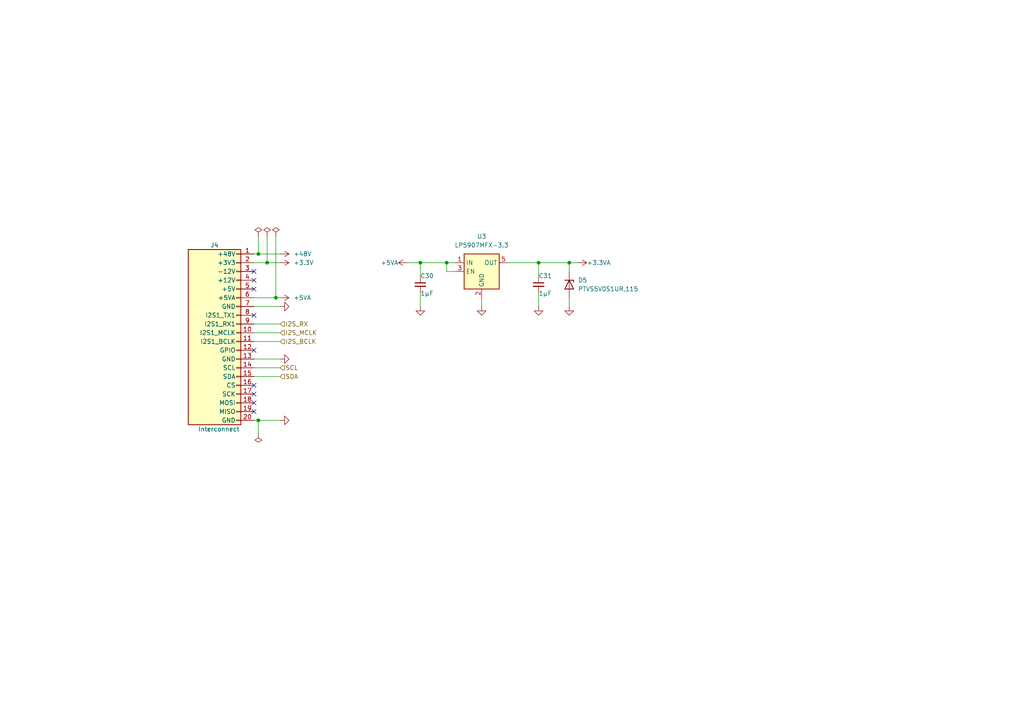
<source format=kicad_sch>
(kicad_sch (version 20250114) (generator "eeschema") (generator_version "9.0")
  (paper "A4")
  (lib_symbols
    (symbol "Device:C_Small" (pin_numbers (hide yes)) (pin_names (offset 0.254) (hide yes))
      (property "Reference" "C" (at 0.254 1.778 0))
      (property "Value" "C_Small" (at 0.254 -2.032 0))
      (symbol "C_Small_0_1"
        (polyline (pts (xy -1.524 0.508) (xy 1.524 0.508)) (stroke (width 0.3048)))
        (polyline (pts (xy -1.524 -0.508) (xy 1.524 -0.508)) (stroke (width 0.3302)))
      )
      (symbol "C_Small_1_1"
        (pin passive line (at 0 2.54 270) (length 2.032) (name "~") (number "1"))
        (pin passive line (at 0 -2.54 90) (length 2.032) (name "~") (number "2"))
      )
    )
    (symbol "Diode:PTVS5V0Z1USK" (pin_numbers (hide yes)) (pin_names (hide yes))
      (property "Reference" "D" (at 0 2.54 0))
      (property "Value" "PTVS5V0Z1USK" (at 0 -2.54 0))
      (symbol "PTVS5V0Z1USK_0_1"
        (polyline (pts (xy -1.27 -1.27) (xy -1.27 1.27) (xy -0.762 1.27)) (stroke (width 0.254)))
        (polyline (pts (xy 1.27 0) (xy -1.27 0)))
        (polyline (pts (xy 1.27 -1.27) (xy 1.27 1.27) (xy -1.27 0) (xy 1.27 -1.27)) (stroke (width 0.254)))
      )
      (symbol "PTVS5V0Z1USK_1_1"
        (pin passive line (at -3.81 0 0) (length 2.54) (name "K") (number "1"))
        (pin passive line (at 3.81 0 180) (length 2.54) (name "A") (number "2"))
      )
    )
    (symbol "Regulator_Linear:LP5907MFX-3.3"
      (property "Reference" "U" (at -3.81 6.35 0))
      (property "Value" "LP5907MFX-3.3" (at 6.35 6.35 0))
      (symbol "LP5907MFX-3.3_0_1"
        (rectangle (start -5.08 -5.08) (end 5.08 5.08) (stroke (width 0.254)) (fill (type background)))
        (pin power_in line (at -7.62 2.54 0) (length 2.54) (name "IN") (number "1"))
        (pin input line (at -7.62 0 0) (length 2.54) (name "EN") (number "3"))
        (pin power_in line (at 0 -7.62 90) (length 2.54) (name "GND") (number "2"))
        (pin no_connect line (at 5.08 0 180) (length 2.54) (hide yes) (name "NC") (number "4"))
        (pin power_out line (at 7.62 2.54 180) (length 2.54) (name "OUT") (number "5"))
      )
    )
    (symbol "extra:Interconnect" (pin_names (offset 1.5))
      (property "Reference" "J" (at 0 25.4 0))
      (property "Value" "Interconnect" (at 0 -27.94 0))
      (symbol "Interconnect_1_1"
        (rectangle (start -1.27 24.13) (end 13.97 -26.67) (stroke (width 0.254)) (fill (type background)))
        (rectangle (start -1.27 22.987) (end 0 22.733) (stroke (width 0.1524)))
        (rectangle (start -1.27 20.447) (end 0 20.193) (stroke (width 0.1524)))
        (rectangle (start -1.27 17.907) (end 0 17.653) (stroke (width 0.1524)))
        (rectangle (start -1.27 15.367) (end 0 15.113) (stroke (width 0.1524)))
        (rectangle (start -1.27 12.827) (end 0 12.573) (stroke (width 0.1524)))
        (rectangle (start -1.27 10.287) (end 0 10.033) (stroke (width 0.1524)))
        (rectangle (start -1.27 7.747) (end 0 7.493) (stroke (width 0.1524)))
        (rectangle (start -1.27 5.207) (end 0 4.953) (stroke (width 0.1524)))
        (rectangle (start -1.27 2.667) (end 0 2.413) (stroke (width 0.1524)))
        (rectangle (start -1.27 0.127) (end 0 -0.127) (stroke (width 0.1524)))
        (rectangle (start -1.27 -2.413) (end 0 -2.667) (stroke (width 0.1524)))
        (rectangle (start -1.27 -4.953) (end 0 -5.207) (stroke (width 0.1524)))
        (rectangle (start -1.27 -7.493) (end 0 -7.747) (stroke (width 0.1524)))
        (rectangle (start -1.27 -10.033) (end 0 -10.287) (stroke (width 0.1524)))
        (rectangle (start -1.27 -12.573) (end 0 -12.827) (stroke (width 0.1524)))
        (rectangle (start -1.27 -15.113) (end 0 -15.367) (stroke (width 0.1524)))
        (rectangle (start -1.27 -17.653) (end 0 -17.907) (stroke (width 0.1524)))
        (rectangle (start -1.27 -20.193) (end 0 -20.447) (stroke (width 0.1524)))
        (rectangle (start -1.27 -22.733) (end 0 -22.987) (stroke (width 0.1524)))
        (rectangle (start -1.27 -25.273) (end 0 -25.527) (stroke (width 0.1524)))
        (pin passive line (at -5.08 22.86 0) (length 3.81) (name "+48V") (number "1"))
        (pin passive line (at -5.08 20.32 0) (length 3.81) (name "+3V3") (number "2"))
        (pin passive line (at -5.08 17.78 0) (length 3.81) (name "-12V") (number "3"))
        (pin passive line (at -5.08 15.24 0) (length 3.81) (name "+12V") (number "4"))
        (pin passive line (at -5.08 12.7 0) (length 3.81) (name "+5V") (number "5"))
        (pin passive line (at -5.08 10.16 0) (length 3.81) (name "+5VA") (number "6"))
        (pin passive line (at -5.08 7.62 0) (length 3.81) (name "GND") (number "7"))
        (pin passive line (at -5.08 5.08 0) (length 3.81) (name "I2S1_TX1") (number "8"))
        (pin passive line (at -5.08 2.54 0) (length 3.81) (name "I2S1_RX1") (number "9"))
        (pin passive line (at -5.08 0 0) (length 3.81) (name "I2S1_MCLK") (number "10"))
        (pin passive line (at -5.08 -2.54 0) (length 3.81) (name "I2S1_BCLK") (number "11"))
        (pin passive line (at -5.08 -5.08 0) (length 3.81) (name "GPIO") (number "12"))
        (pin passive line (at -5.08 -7.62 0) (length 3.81) (name "GND") (number "13"))
        (pin passive line (at -5.08 -10.16 0) (length 3.81) (name "SCL") (number "14"))
        (pin passive line (at -5.08 -12.7 0) (length 3.81) (name "SDA") (number "15"))
        (pin passive line (at -5.08 -15.24 0) (length 3.81) (name "CS") (number "16"))
        (pin passive line (at -5.08 -17.78 0) (length 3.81) (name "SCK") (number "17"))
        (pin passive line (at -5.08 -20.32 0) (length 3.81) (name "MOSI") (number "18"))
        (pin passive line (at -5.08 -22.86 0) (length 3.81) (name "MISO") (number "19"))
        (pin passive line (at -5.08 -25.4 0) (length 3.81) (name "GND") (number "20"))
      )
    )
    (symbol "power:+3.3V" (power) (pin_numbers (hide yes)) (pin_names (offset 0) (hide yes))
      (property "Value" "+3.3V" (at 0 3.556 0))
      (symbol "+3.3V_0_1"
        (polyline (pts (xy -0.762 1.27) (xy 0 2.54)))
        (polyline (pts (xy 0 2.54) (xy 0.762 1.27)))
        (polyline (pts (xy 0 0) (xy 0 2.54)))
      )
      (symbol "+3.3V_1_1"
        (pin power_in line (at 0 0 90) (length 0) (name "~") (number "1"))
      )
    )
    (symbol "power:+3.3VA" (power) (pin_numbers (hide yes)) (pin_names (offset 0) (hide yes))
      (property "Value" "+3.3VA" (at 0 3.556 0))
      (symbol "+3.3VA_0_1"
        (polyline (pts (xy -0.762 1.27) (xy 0 2.54)))
        (polyline (pts (xy 0 2.54) (xy 0.762 1.27)))
        (polyline (pts (xy 0 0) (xy 0 2.54)))
      )
      (symbol "+3.3VA_1_1"
        (pin power_in line (at 0 0 90) (length 0) (name "~") (number "1"))
      )
    )
    (symbol "power:+48V" (power) (pin_numbers (hide yes)) (pin_names (offset 0) (hide yes))
      (property "Value" "+48V" (at 0 3.556 0))
      (symbol "+48V_0_1"
        (polyline (pts (xy -0.762 1.27) (xy 0 2.54)))
        (polyline (pts (xy 0 2.54) (xy 0.762 1.27)))
        (polyline (pts (xy 0 0) (xy 0 2.54)))
      )
      (symbol "+48V_1_1"
        (pin power_in line (at 0 0 90) (length 0) (name "~") (number "1"))
      )
    )
    (symbol "power:+5VA" (power) (pin_numbers (hide yes)) (pin_names (offset 0) (hide yes))
      (property "Value" "+5VA" (at 0 3.556 0))
      (symbol "+5VA_0_1"
        (polyline (pts (xy -0.762 1.27) (xy 0 2.54)))
        (polyline (pts (xy 0 2.54) (xy 0.762 1.27)))
        (polyline (pts (xy 0 0) (xy 0 2.54)))
      )
      (symbol "+5VA_1_1"
        (pin power_in line (at 0 0 90) (length 0) (name "~") (number "1"))
      )
    )
    (symbol "power:GND" (power) (pin_numbers (hide yes)) (pin_names (offset 0) (hide yes))
      (property "Value" "GND" (at 0 -3.81 0))
      (symbol "GND_0_1"
        (polyline (pts (xy 0 0) (xy 0 -1.27) (xy 1.27 -1.27) (xy 0 -2.54) (xy -1.27 -1.27) (xy 0 -1.27)))
      )
      (symbol "GND_1_1"
        (pin power_in line (at 0 0 270) (length 0) (name "~") (number "1"))
      )
    )
    (symbol "power:PWR_FLAG" (power) (pin_numbers (hide yes)) (pin_names (offset 0) (hide yes))
      (property "Value" "PWR_FLAG" (at 0 3.81 0))
      (symbol "PWR_FLAG_0_0"
        (pin power_out line (at 0 0 90) (length 0) (name "~") (number "1"))
      )
      (symbol "PWR_FLAG_0_1"
        (polyline (pts (xy 0 0) (xy 0 1.27) (xy -1.016 1.905) (xy 0 2.54) (xy 1.016 1.905) (xy 0 1.27)))
      )
    )
  )
  (junction (at 156.21 76.2))
  (junction (at 80.01 86.36))
  (junction (at 74.93 121.92))
  (junction (at 129.54 76.2))
  (junction (at 74.93 73.66))
  (junction (at 77.47 76.2))
  (junction (at 165.1 76.2))
  (junction (at 121.92 76.2))
  (no_connect (at 73.66 83.82))
  (no_connect (at 73.66 81.28))
  (no_connect (at 73.66 101.6))
  (no_connect (at 73.66 111.76))
  (no_connect (at 73.66 114.3))
  (no_connect (at 73.66 91.44))
  (no_connect (at 73.66 119.38))
  (no_connect (at 73.66 78.74))
  (no_connect (at 73.66 116.84))
  (wire (pts (xy 118.11 76.2) (xy 121.92 76.2)))
  (wire (pts (xy 81.28 73.66) (xy 74.93 73.66)))
  (wire (pts (xy 81.28 104.14) (xy 73.66 104.14)))
  (wire (pts (xy 132.08 78.74) (xy 129.54 78.74)))
  (wire (pts (xy 81.28 88.9) (xy 73.66 88.9)))
  (wire (pts (xy 77.47 76.2) (xy 73.66 76.2)))
  (wire (pts (xy 129.54 76.2) (xy 132.08 76.2)))
  (wire (pts (xy 121.92 76.2) (xy 121.92 80.01)))
  (wire (pts (xy 156.21 88.9) (xy 156.21 85.09)))
  (wire (pts (xy 81.28 121.92) (xy 74.93 121.92)))
  (wire (pts (xy 80.01 68.58) (xy 80.01 86.36)))
  (wire (pts (xy 121.92 76.2) (xy 129.54 76.2)))
  (wire (pts (xy 147.32 76.2) (xy 156.21 76.2)))
  (wire (pts (xy 77.47 76.2) (xy 81.28 76.2)))
  (wire (pts (xy 81.28 86.36) (xy 80.01 86.36)))
  (wire (pts (xy 81.28 106.68) (xy 73.66 106.68)))
  (wire (pts (xy 77.47 68.58) (xy 77.47 76.2)))
  (wire (pts (xy 165.1 86.36) (xy 165.1 88.9)))
  (wire (pts (xy 165.1 76.2) (xy 165.1 78.74)))
  (wire (pts (xy 81.28 93.98) (xy 73.66 93.98)))
  (wire (pts (xy 74.93 73.66) (xy 73.66 73.66)))
  (wire (pts (xy 121.92 88.9) (xy 121.92 85.09)))
  (wire (pts (xy 74.93 121.92) (xy 74.93 125.73)))
  (wire (pts (xy 129.54 78.74) (xy 129.54 76.2)))
  (wire (pts (xy 165.1 76.2) (xy 167.64 76.2)))
  (wire (pts (xy 81.28 96.52) (xy 73.66 96.52)))
  (wire (pts (xy 81.28 109.22) (xy 73.66 109.22)))
  (wire (pts (xy 80.01 86.36) (xy 73.66 86.36)))
  (wire (pts (xy 74.93 68.58) (xy 74.93 73.66)))
  (wire (pts (xy 74.93 121.92) (xy 73.66 121.92)))
  (wire (pts (xy 156.21 76.2) (xy 165.1 76.2)))
  (wire (pts (xy 139.7 86.36) (xy 139.7 88.9)))
  (wire (pts (xy 81.28 99.06) (xy 73.66 99.06)))
  (wire (pts (xy 156.21 76.2) (xy 156.21 80.01)))
  (hierarchical_label "SDA" (shape input) (at 81.28 109.22 0))
  (hierarchical_label "I2S_MCLK" (shape input) (at 81.28 96.52 0))
  (hierarchical_label "I2S_RX" (shape input) (at 81.28 93.98 0))
  (hierarchical_label "I2S_BCLK" (shape input) (at 81.28 99.06 0))
  (hierarchical_label "SCL" (shape input) (at 81.28 106.68 0))
  (symbol (lib_id "Diode:PTVS5V0Z1USK") (at 165.1 82.55 270) (unit 1)
    (property "Reference" "D5" (at 167.64 81.2799 90) (effects (justify left)))
    (property "Value" "PTVS5V0S1UR,115" (at 167.64 83.8199 90) (effects (justify left)))
    (property "Footprint" "Diode_SMD:Nexperia_CFP3_SOD-123W" (effects (hide yes)))
    (property "Datasheet" "https://assets.nexperia.com/documents/data-sheet/PTVS5V0Z1USK.pdf" (effects (hide yes)))
    (property "Description" "5V, 1200W TVS unidirectional diode, DSN1608-2" (effects (hide yes)))
    (property "MPN" "PTVS5V0S1UR,115" (effects (hide yes)))
    (property "LCSC" "C478011" (effects (hide yes)))
  )
  (symbol (lib_id "power:GND") (at 156.21 88.9 0) (unit 1)
    (property "Reference" "#PWR067" (effects (hide yes)))
    (property "Value" "GND" (effects (hide yes)))
    (property "Description" "Power symbol creates a global label with name \"GND\" , ground" (effects (hide yes)))
  )
  (symbol (lib_id "power:PWR_FLAG") (at 77.47 68.58 0) (unit 1)
    (property "Reference" "#FLG03" (effects (hide yes)))
    (property "Value" "PWR_FLAG" (effects (hide yes)))
    (property "Description" "Special symbol for telling ERC where power comes from" (effects (hide yes)))
  )
  (symbol (lib_id "power:GND") (at 81.28 104.14 90) (mirror x) (unit 1)
    (property "Reference" "#PWR062" (effects (hide yes)))
    (property "Value" "GND" (effects (hide yes)))
    (property "Description" "Power symbol creates a global label with name \"GND\" , ground" (effects (hide yes)))
  )
  (symbol (lib_id "power:PWR_FLAG") (at 80.01 68.58 0) (unit 1)
    (property "Reference" "#FLG04" (effects (hide yes)))
    (property "Value" "PWR_FLAG" (effects (hide yes)))
    (property "Description" "Special symbol for telling ERC where power comes from" (effects (hide yes)))
  )
  (symbol (lib_id "power:GND") (at 121.92 88.9 0) (unit 1)
    (property "Reference" "#PWR065" (effects (hide yes)))
    (property "Value" "GND" (effects (hide yes)))
    (property "Description" "Power symbol creates a global label with name \"GND\" , ground" (effects (hide yes)))
  )
  (symbol (lib_id "power:PWR_FLAG") (at 74.93 125.73 180) (unit 1)
    (property "Reference" "#FLG02" (effects (hide yes)))
    (property "Value" "PWR_FLAG" (effects (hide yes)))
    (property "Description" "Special symbol for telling ERC where power comes from" (effects (hide yes)))
  )
  (symbol (lib_id "power:+5VA") (at 81.28 86.36 270) (mirror x) (unit 1)
    (property "Reference" "#PWR060" (effects (hide yes)))
    (property "Value" "+5VA" (at 85.09 86.3599 90) (effects (justify left)))
    (property "Description" "Power symbol creates a global label with name \"+5VA\"" (effects (hide yes)))
  )
  (symbol (lib_id "power:GND") (at 81.28 121.92 90) (mirror x) (unit 1)
    (property "Reference" "#PWR063" (effects (hide yes)))
    (property "Value" "GND" (effects (hide yes)))
    (property "Description" "Power symbol creates a global label with name \"GND\" , ground" (effects (hide yes)))
  )
  (symbol (lib_id "power:+3.3VA") (at 167.64 76.2 270) (unit 1)
    (property "Reference" "#PWR069" (effects (hide yes)))
    (property "Value" "+3.3VA" (at 170.18 76.2 90) (effects (justify left)))
    (property "Description" "Power symbol creates a global label with name \"+3.3VA\"" (effects (hide yes)))
  )
  (symbol (lib_id "Regulator_Linear:LP5907MFX-3.3") (at 139.7 78.74 0) (unit 1)
    (property "Reference" "U3" (at 139.7 68.58 0))
    (property "Value" "LP5907MFX-3.3" (at 139.7 71.12 0))
    (property "Footprint" "Package_TO_SOT_SMD:SOT-23-5" (effects (hide yes)))
    (property "Datasheet" "http://www.ti.com/lit/ds/symlink/lp5907.pdf" (effects (hide yes)))
    (property "Description" "250-mA Ultra-Low-Noise Low-IQ LDO, 3.3V, SOT-23" (effects (hide yes)))
    (property "MPN" "LP5907MFX-3.3" (effects (hide yes)))
    (property "LCSC" "C80670" (effects (hide yes)))
  )
  (symbol (lib_id "power:+3.3V") (at 81.28 76.2 270) (unit 1)
    (property "Reference" "#PWR059" (effects (hide yes)))
    (property "Value" "+3.3V" (at 85.09 76.1999 90) (effects (justify left)))
    (property "Description" "Power symbol creates a global label with name \"+3.3V\"" (effects (hide yes)))
  )
  (symbol (lib_id "extra:Interconnect") (at 68.58 96.52 0) (mirror y) (unit 1)
    (property "Reference" "J4" (at 62.23 71.12 0))
    (property "Value" "Interconnect" (at 63.5 124.46 0))
    (property "Footprint" "Connector_PinHeader_2.54mm:PinHeader_1x20_P2.54mm_Vertical" (effects (hide yes)))
    (property "Description" "Generic connector, single row, 01x20, script generated (kicad-library-utils/schlib/autogen/connector/)" (effects (hide yes)))
    (property "MPN" "Header_1x20" (effects (hide yes)))
  )
  (symbol (lib_id "Device:C_Small") (at 121.92 82.55 0) (unit 1)
    (property "Reference" "C30" (at 121.92 80.01 0) (effects (justify left)))
    (property "Value" "1μF" (at 121.92 85.09 0) (effects (justify left)))
    (property "Footprint" "Capacitor_SMD:C_0805_2012Metric" (effects (hide yes)))
    (property "Description" "Unpolarized capacitor, small symbol" (effects (hide yes)))
    (property "MPN" "C 1μF 16V 0805" (effects (hide yes)))
  )
  (symbol (lib_id "power:PWR_FLAG") (at 74.93 68.58 0) (unit 1)
    (property "Reference" "#FLG01" (effects (hide yes)))
    (property "Value" "PWR_FLAG" (effects (hide yes)))
    (property "Description" "Special symbol for telling ERC where power comes from" (effects (hide yes)))
  )
  (symbol (lib_id "Device:C_Small") (at 156.21 82.55 0) (unit 1)
    (property "Reference" "C31" (at 156.21 80.01 0) (effects (justify left)))
    (property "Value" "1μF" (at 156.21 85.09 0) (effects (justify left)))
    (property "Footprint" "Capacitor_SMD:C_0805_2012Metric" (effects (hide yes)))
    (property "Description" "Unpolarized capacitor, small symbol" (effects (hide yes)))
    (property "MPN" "C 1μF 16V 0805" (effects (hide yes)))
  )
  (symbol (lib_id "power:+5VA") (at 118.11 76.2 90) (mirror x) (unit 1)
    (property "Reference" "#PWR064" (effects (hide yes)))
    (property "Value" "+5VA" (at 115.57 76.2 90) (effects (justify left)))
    (property "Description" "Power symbol creates a global label with name \"+5VA\"" (effects (hide yes)))
  )
  (symbol (lib_id "power:GND") (at 81.28 88.9 90) (mirror x) (unit 1)
    (property "Reference" "#PWR061" (effects (hide yes)))
    (property "Value" "GND" (effects (hide yes)))
    (property "Description" "Power symbol creates a global label with name \"GND\" , ground" (effects (hide yes)))
  )
  (symbol (lib_id "power:GND") (at 165.1 88.9 0) (unit 1)
    (property "Reference" "#PWR068" (effects (hide yes)))
    (property "Value" "GND" (effects (hide yes)))
    (property "Description" "Power symbol creates a global label with name \"GND\" , ground" (effects (hide yes)))
  )
  (symbol (lib_id "power:GND") (at 139.7 88.9 0) (mirror y) (unit 1)
    (property "Reference" "#PWR066" (effects (hide yes)))
    (property "Value" "GND" (effects (hide yes)))
    (property "Description" "Power symbol creates a global label with name \"GND\" , ground" (effects (hide yes)))
  )
  (symbol (lib_id "power:+48V") (at 81.28 73.66 270) (mirror x) (unit 1)
    (property "Reference" "#PWR058" (effects (hide yes)))
    (property "Value" "+48V" (at 85.09 73.6599 90) (effects (justify left)))
    (property "Description" "Power symbol creates a global label with name \"+48V\"" (effects (hide yes)))
  )
)
</source>
